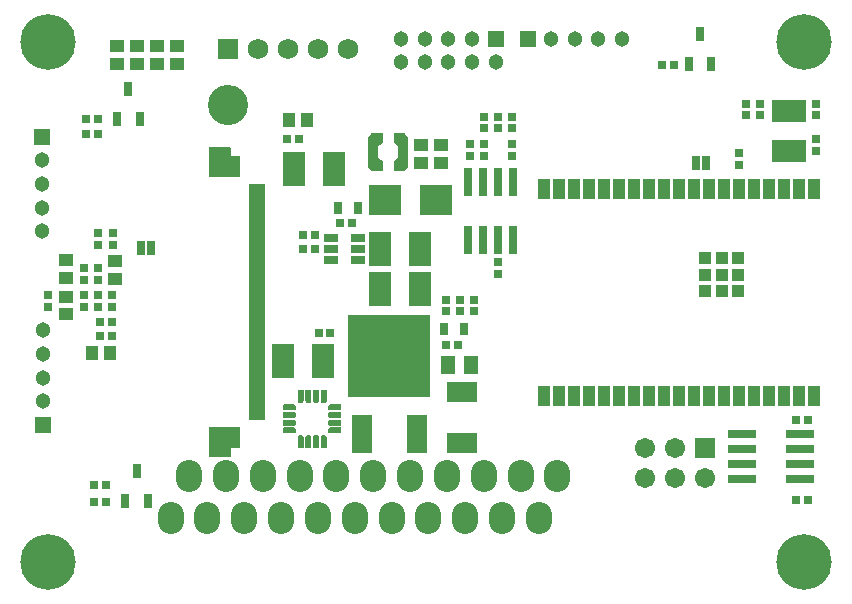
<source format=gts>
G04*
G04 #@! TF.GenerationSoftware,Altium Limited,Altium Designer,21.9.2 (33)*
G04*
G04 Layer_Color=8388736*
%FSLAX43Y43*%
%MOMM*%
G71*
G04*
G04 #@! TF.SameCoordinates,9D24D331-474F-48DA-8462-8B92FA671CE3*
G04*
G04*
G04 #@! TF.FilePolarity,Negative*
G04*
G01*
G75*
%ADD48R,1.829X2.946*%
%ADD49R,1.153X1.003*%
%ADD50R,0.803X0.703*%
%ADD51R,1.103X1.703*%
%ADD52R,1.103X1.103*%
%ADD53R,0.803X1.153*%
%ADD54R,0.703X0.803*%
%ADD55R,2.353X0.803*%
%ADD56R,2.946X1.829*%
%ADD57R,2.703X2.503*%
%ADD58R,0.803X2.353*%
%ADD59R,0.703X0.703*%
%ADD60R,1.403X0.503*%
%ADD61R,0.803X1.003*%
%ADD62R,0.254X0.254*%
%ADD63R,2.503X1.723*%
%ADD64R,0.715X1.280*%
%ADD65R,1.003X1.153*%
%ADD66R,1.803X3.203*%
%ADD67R,6.903X6.903*%
%ADD68R,1.153X0.803*%
%ADD69R,0.303X0.303*%
%ADD70R,0.303X0.303*%
%ADD71R,1.203X1.503*%
%ADD72O,2.203X2.703*%
%ADD73C,4.703*%
%ADD74C,3.403*%
%ADD75C,1.303*%
%ADD76R,1.353X1.353*%
%ADD77O,2.203X2.703*%
%ADD78C,1.727*%
%ADD79R,1.727X1.727*%
%ADD80C,1.703*%
%ADD81R,1.703X1.703*%
%ADD82R,1.353X1.353*%
G36*
X33202Y39274D02*
X33207Y39273D01*
X33214Y39271D01*
X33216Y39270D01*
X33225Y39266D01*
X33233Y39260D01*
X33487Y39006D01*
X33487Y39006D01*
X33493Y38998D01*
X33497Y38989D01*
X33498Y38987D01*
X33500Y38980D01*
X33501Y38970D01*
Y36430D01*
X33501Y36430D01*
X33501Y36425D01*
X33500Y36420D01*
X33498Y36413D01*
X33497Y36411D01*
X33493Y36402D01*
X33487Y36394D01*
X33233Y36140D01*
X33233Y36140D01*
X33225Y36134D01*
X33216Y36130D01*
X33214Y36129D01*
X33207Y36127D01*
X33197Y36126D01*
X32308D01*
X32298Y36127D01*
X32289Y36130D01*
X32280Y36134D01*
X32272Y36140D01*
X32266Y36148D01*
X32262Y36157D01*
X32259Y36166D01*
X32258Y36176D01*
Y36875D01*
X32258Y36877D01*
X32258Y36879D01*
X32258Y36882D01*
X32259Y36884D01*
X32259Y36887D01*
X32260Y36889D01*
X32261Y36891D01*
X32262Y36894D01*
X32263Y36896D01*
X32264Y36898D01*
X32265Y36900D01*
X32266Y36902D01*
X32268Y36904D01*
X32269Y36906D01*
X32271Y36908D01*
X32272Y36910D01*
X32274Y36911D01*
X32276Y36913D01*
X32639Y37216D01*
Y38184D01*
X32276Y38487D01*
X32274Y38489D01*
X32272Y38490D01*
X32271Y38492D01*
X32269Y38494D01*
X32268Y38496D01*
X32266Y38498D01*
X32265Y38500D01*
X32264Y38502D01*
X32263Y38504D01*
X32262Y38506D01*
X32261Y38509D01*
X32260Y38511D01*
X32259Y38514D01*
X32259Y38516D01*
X32258Y38518D01*
X32258Y38521D01*
X32258Y38523D01*
X32258Y38526D01*
Y39224D01*
X32259Y39234D01*
X32262Y39243D01*
X32266Y39252D01*
X32272Y39260D01*
X32280Y39266D01*
X32289Y39270D01*
X32298Y39273D01*
X32308Y39274D01*
X33197D01*
X33197Y39274D01*
X33202Y39274D01*
D02*
G37*
G36*
X30403Y39274D02*
X31292D01*
X31302Y39273D01*
X31311Y39270D01*
X31320Y39266D01*
X31328Y39260D01*
X31334Y39252D01*
X31338Y39243D01*
X31341Y39234D01*
X31342Y39224D01*
Y38526D01*
X31342Y38523D01*
X31342Y38521D01*
X31342Y38518D01*
X31341Y38516D01*
X31341Y38514D01*
X31340Y38511D01*
X31339Y38509D01*
X31338Y38506D01*
X31337Y38504D01*
X31336Y38502D01*
X31335Y38500D01*
X31334Y38498D01*
X31332Y38496D01*
X31331Y38494D01*
X31329Y38492D01*
X31328Y38490D01*
X31326Y38489D01*
X31324Y38487D01*
X30961Y38184D01*
Y37216D01*
X31324Y36913D01*
X31326Y36911D01*
X31328Y36910D01*
X31329Y36908D01*
X31331Y36906D01*
X31332Y36904D01*
X31334Y36902D01*
X31335Y36900D01*
X31336Y36898D01*
X31337Y36896D01*
X31338Y36894D01*
X31339Y36891D01*
X31340Y36889D01*
X31341Y36887D01*
X31341Y36884D01*
X31342Y36882D01*
X31342Y36879D01*
X31342Y36877D01*
X31342Y36875D01*
Y36176D01*
X31341Y36166D01*
X31338Y36157D01*
X31334Y36148D01*
X31328Y36140D01*
X31320Y36134D01*
X31311Y36130D01*
X31302Y36127D01*
X31292Y36126D01*
X30403D01*
X30393Y36127D01*
X30386Y36129D01*
X30384Y36130D01*
X30375Y36134D01*
X30367Y36140D01*
X30367Y36140D01*
X30113Y36394D01*
X30107Y36402D01*
X30103Y36411D01*
X30102Y36413D01*
X30100Y36420D01*
X30099Y36425D01*
X30099Y36430D01*
X30099Y36430D01*
Y38970D01*
X30100Y38980D01*
X30102Y38987D01*
X30103Y38989D01*
X30107Y38998D01*
X30113Y39006D01*
X30113Y39006D01*
X30367Y39260D01*
X30375Y39266D01*
X30384Y39270D01*
X30386Y39271D01*
X30393Y39273D01*
X30398Y39274D01*
X30403Y39274D01*
X30403Y39274D01*
D02*
G37*
G36*
X18363Y38151D02*
X18376Y38149D01*
X18389Y38144D01*
X18401Y38139D01*
X18412Y38131D01*
X18422Y38122D01*
X18431Y38112D01*
X18439Y38101D01*
X18444Y38089D01*
X18449Y38076D01*
X18451Y38063D01*
X18452Y38050D01*
Y37352D01*
X19150D01*
X19163Y37351D01*
X19176Y37349D01*
X19189Y37344D01*
X19201Y37339D01*
X19212Y37331D01*
X19222Y37322D01*
X19231Y37312D01*
X19239Y37301D01*
X19244Y37289D01*
X19249Y37276D01*
X19251Y37263D01*
X19252Y37250D01*
Y35650D01*
X19251Y35637D01*
X19249Y35624D01*
X19244Y35611D01*
X19239Y35599D01*
X19231Y35588D01*
X19222Y35578D01*
X19212Y35569D01*
X19201Y35561D01*
X19189Y35556D01*
X19176Y35551D01*
X19163Y35549D01*
X19150Y35548D01*
X16750D01*
X16737Y35549D01*
X16724Y35551D01*
X16711Y35556D01*
X16699Y35561D01*
X16688Y35569D01*
X16678Y35578D01*
X16669Y35588D01*
X16661Y35599D01*
X16656Y35611D01*
X16651Y35624D01*
X16649Y35637D01*
X16648Y35650D01*
Y38050D01*
X16649Y38063D01*
X16651Y38076D01*
X16656Y38089D01*
X16661Y38101D01*
X16669Y38112D01*
X16678Y38122D01*
X16688Y38131D01*
X16699Y38139D01*
X16711Y38144D01*
X16724Y38149D01*
X16737Y38151D01*
X16750Y38152D01*
X18350D01*
X18363Y38151D01*
D02*
G37*
G36*
X26522Y17577D02*
X26533Y17575D01*
X26543Y17570D01*
X26552Y17565D01*
X26561Y17557D01*
X26568Y17549D01*
X26574Y17540D01*
X26578Y17529D01*
X26580Y17519D01*
X26581Y17508D01*
Y16683D01*
Y16648D01*
X26581Y16645D01*
Y16642D01*
X26581Y16640D01*
X26580Y16637D01*
X26580Y16634D01*
X26579Y16632D01*
X26579Y16629D01*
X26578Y16626D01*
X26577Y16624D01*
X26576Y16621D01*
X26549Y16557D01*
X26548Y16554D01*
X26547Y16552D01*
X26546Y16549D01*
X26544Y16547D01*
X26543Y16545D01*
X26541Y16542D01*
X26539Y16540D01*
X26538Y16538D01*
X26536Y16536D01*
X26534Y16534D01*
X26485Y16485D01*
X26483Y16483D01*
X26481Y16481D01*
X26479Y16479D01*
X26477Y16478D01*
X26474Y16476D01*
X26472Y16475D01*
X26469Y16473D01*
X26467Y16472D01*
X26465Y16471D01*
X26462Y16470D01*
X26398Y16443D01*
X26395Y16442D01*
X26393Y16441D01*
X26390Y16440D01*
X26387Y16440D01*
X26385Y16439D01*
X26382Y16438D01*
X26379Y16438D01*
X26376Y16438D01*
X26374D01*
X26371Y16438D01*
X26301D01*
X26299Y16438D01*
X26296D01*
X26293Y16438D01*
X26290Y16438D01*
X26288Y16439D01*
X26285Y16440D01*
X26282Y16440D01*
X26280Y16441D01*
X26277Y16442D01*
X26274Y16443D01*
X26210Y16470D01*
X26208Y16471D01*
X26205Y16472D01*
X26203Y16473D01*
X26200Y16475D01*
X26198Y16476D01*
X26196Y16478D01*
X26194Y16479D01*
X26191Y16481D01*
X26189Y16483D01*
X26187Y16485D01*
X26138Y16534D01*
X26136Y16536D01*
X26134Y16538D01*
X26133Y16540D01*
X26131Y16542D01*
X26130Y16545D01*
X26128Y16547D01*
X26127Y16549D01*
X26125Y16552D01*
X26124Y16554D01*
X26123Y16557D01*
X26096Y16621D01*
X26095Y16624D01*
X26094Y16626D01*
X26094Y16629D01*
X26093Y16632D01*
X26092Y16634D01*
X26092Y16637D01*
X26092Y16640D01*
X26091Y16642D01*
Y16645D01*
X26091Y16648D01*
Y16683D01*
Y17508D01*
X26092Y17519D01*
X26094Y17529D01*
X26099Y17540D01*
X26104Y17549D01*
X26111Y17557D01*
X26120Y17565D01*
X26129Y17570D01*
X26139Y17575D01*
X26150Y17577D01*
X26161Y17578D01*
X26511D01*
X26522Y17577D01*
D02*
G37*
G36*
X25872D02*
X25883Y17575D01*
X25893Y17570D01*
X25902Y17565D01*
X25911Y17557D01*
X25918Y17549D01*
X25924Y17540D01*
X25928Y17529D01*
X25930Y17519D01*
X25931Y17508D01*
Y16683D01*
Y16648D01*
X25931Y16645D01*
Y16642D01*
X25931Y16640D01*
X25930Y16637D01*
X25930Y16634D01*
X25929Y16632D01*
X25929Y16629D01*
X25928Y16626D01*
X25927Y16624D01*
X25926Y16621D01*
X25899Y16557D01*
X25898Y16554D01*
X25897Y16552D01*
X25896Y16549D01*
X25894Y16547D01*
X25893Y16545D01*
X25891Y16542D01*
X25889Y16540D01*
X25888Y16538D01*
X25886Y16536D01*
X25884Y16534D01*
X25835Y16485D01*
X25833Y16483D01*
X25831Y16481D01*
X25829Y16479D01*
X25827Y16478D01*
X25824Y16476D01*
X25822Y16475D01*
X25819Y16473D01*
X25817Y16472D01*
X25815Y16471D01*
X25812Y16470D01*
X25748Y16443D01*
X25745Y16442D01*
X25743Y16441D01*
X25740Y16440D01*
X25737Y16440D01*
X25735Y16439D01*
X25732Y16438D01*
X25729Y16438D01*
X25726Y16438D01*
X25724D01*
X25721Y16438D01*
X25651D01*
X25649Y16438D01*
X25646D01*
X25643Y16438D01*
X25640Y16438D01*
X25638Y16439D01*
X25635Y16440D01*
X25632Y16440D01*
X25630Y16441D01*
X25627Y16442D01*
X25624Y16443D01*
X25560Y16470D01*
X25558Y16471D01*
X25555Y16472D01*
X25553Y16473D01*
X25550Y16475D01*
X25548Y16476D01*
X25546Y16478D01*
X25544Y16479D01*
X25541Y16481D01*
X25539Y16483D01*
X25537Y16485D01*
X25488Y16534D01*
X25486Y16536D01*
X25484Y16538D01*
X25483Y16540D01*
X25481Y16542D01*
X25480Y16545D01*
X25478Y16547D01*
X25477Y16549D01*
X25475Y16552D01*
X25474Y16554D01*
X25473Y16557D01*
X25446Y16621D01*
X25445Y16624D01*
X25444Y16626D01*
X25444Y16629D01*
X25443Y16632D01*
X25442Y16634D01*
X25442Y16637D01*
X25442Y16640D01*
X25441Y16642D01*
Y16645D01*
X25441Y16648D01*
Y16683D01*
Y17508D01*
X25442Y17519D01*
X25444Y17529D01*
X25449Y17540D01*
X25454Y17549D01*
X25461Y17557D01*
X25470Y17565D01*
X25479Y17570D01*
X25489Y17575D01*
X25500Y17577D01*
X25511Y17578D01*
X25861D01*
X25872Y17577D01*
D02*
G37*
G36*
X25222D02*
X25233Y17575D01*
X25243Y17570D01*
X25252Y17565D01*
X25261Y17557D01*
X25268Y17549D01*
X25274Y17540D01*
X25278Y17529D01*
X25280Y17519D01*
X25281Y17508D01*
Y16683D01*
Y16648D01*
X25281Y16645D01*
Y16642D01*
X25281Y16640D01*
X25280Y16637D01*
X25280Y16634D01*
X25279Y16632D01*
X25279Y16629D01*
X25278Y16626D01*
X25277Y16624D01*
X25276Y16621D01*
X25249Y16557D01*
X25248Y16554D01*
X25247Y16552D01*
X25246Y16549D01*
X25244Y16547D01*
X25243Y16545D01*
X25241Y16542D01*
X25239Y16540D01*
X25238Y16538D01*
X25236Y16536D01*
X25234Y16534D01*
X25185Y16485D01*
X25183Y16483D01*
X25181Y16481D01*
X25179Y16479D01*
X25177Y16478D01*
X25174Y16476D01*
X25172Y16475D01*
X25169Y16473D01*
X25167Y16472D01*
X25165Y16471D01*
X25162Y16470D01*
X25098Y16443D01*
X25095Y16442D01*
X25093Y16441D01*
X25090Y16440D01*
X25087Y16440D01*
X25085Y16439D01*
X25082Y16438D01*
X25079Y16438D01*
X25076Y16438D01*
X25074D01*
X25071Y16438D01*
X25001D01*
X24999Y16438D01*
X24996D01*
X24993Y16438D01*
X24990Y16438D01*
X24988Y16439D01*
X24985Y16440D01*
X24982Y16440D01*
X24980Y16441D01*
X24977Y16442D01*
X24974Y16443D01*
X24910Y16470D01*
X24908Y16471D01*
X24905Y16472D01*
X24903Y16473D01*
X24900Y16475D01*
X24898Y16476D01*
X24896Y16478D01*
X24894Y16479D01*
X24891Y16481D01*
X24889Y16483D01*
X24887Y16485D01*
X24838Y16534D01*
X24836Y16536D01*
X24834Y16538D01*
X24833Y16540D01*
X24831Y16542D01*
X24830Y16545D01*
X24828Y16547D01*
X24827Y16549D01*
X24825Y16552D01*
X24824Y16554D01*
X24823Y16557D01*
X24796Y16621D01*
X24795Y16624D01*
X24794Y16626D01*
X24794Y16629D01*
X24793Y16632D01*
X24792Y16634D01*
X24792Y16637D01*
X24792Y16640D01*
X24791Y16642D01*
Y16645D01*
X24791Y16648D01*
Y16683D01*
Y17508D01*
X24792Y17519D01*
X24794Y17529D01*
X24799Y17540D01*
X24804Y17549D01*
X24811Y17557D01*
X24820Y17565D01*
X24829Y17570D01*
X24839Y17575D01*
X24850Y17577D01*
X24861Y17578D01*
X25211D01*
X25222Y17577D01*
D02*
G37*
G36*
X24572D02*
X24583Y17575D01*
X24593Y17570D01*
X24602Y17565D01*
X24611Y17557D01*
X24618Y17549D01*
X24624Y17540D01*
X24628Y17529D01*
X24630Y17519D01*
X24631Y17508D01*
Y16683D01*
Y16648D01*
X24631Y16645D01*
Y16642D01*
X24631Y16640D01*
X24630Y16637D01*
X24630Y16634D01*
X24629Y16632D01*
X24629Y16629D01*
X24628Y16626D01*
X24627Y16624D01*
X24626Y16621D01*
X24599Y16557D01*
X24598Y16554D01*
X24597Y16552D01*
X24596Y16549D01*
X24594Y16547D01*
X24593Y16545D01*
X24591Y16542D01*
X24589Y16540D01*
X24588Y16538D01*
X24586Y16536D01*
X24584Y16534D01*
X24535Y16485D01*
X24533Y16483D01*
X24531Y16481D01*
X24529Y16479D01*
X24527Y16478D01*
X24524Y16476D01*
X24522Y16475D01*
X24519Y16473D01*
X24517Y16472D01*
X24515Y16471D01*
X24512Y16470D01*
X24448Y16443D01*
X24445Y16442D01*
X24443Y16441D01*
X24440Y16440D01*
X24437Y16440D01*
X24435Y16439D01*
X24432Y16438D01*
X24429Y16438D01*
X24426Y16438D01*
X24424D01*
X24421Y16438D01*
X24351D01*
X24349Y16438D01*
X24346D01*
X24343Y16438D01*
X24340Y16438D01*
X24338Y16439D01*
X24335Y16440D01*
X24332Y16440D01*
X24330Y16441D01*
X24327Y16442D01*
X24324Y16443D01*
X24260Y16470D01*
X24258Y16471D01*
X24255Y16472D01*
X24253Y16473D01*
X24250Y16475D01*
X24248Y16476D01*
X24246Y16478D01*
X24244Y16479D01*
X24241Y16481D01*
X24239Y16483D01*
X24237Y16485D01*
X24188Y16534D01*
X24186Y16536D01*
X24184Y16538D01*
X24183Y16540D01*
X24181Y16542D01*
X24180Y16545D01*
X24178Y16547D01*
X24177Y16549D01*
X24175Y16552D01*
X24174Y16554D01*
X24173Y16557D01*
X24146Y16621D01*
X24145Y16624D01*
X24144Y16626D01*
X24144Y16629D01*
X24143Y16632D01*
X24142Y16634D01*
X24142Y16637D01*
X24142Y16640D01*
X24141Y16642D01*
Y16645D01*
X24141Y16648D01*
Y16683D01*
Y17508D01*
X24142Y17519D01*
X24144Y17529D01*
X24149Y17540D01*
X24154Y17549D01*
X24161Y17557D01*
X24170Y17565D01*
X24179Y17570D01*
X24189Y17575D01*
X24200Y17577D01*
X24211Y17578D01*
X24561D01*
X24572Y17577D01*
D02*
G37*
G36*
X27772Y16327D02*
X27783Y16325D01*
X27793Y16320D01*
X27802Y16315D01*
X27811Y16307D01*
X27818Y16299D01*
X27824Y16290D01*
X27828Y16279D01*
X27830Y16269D01*
X27831Y16258D01*
Y15908D01*
X27830Y15897D01*
X27828Y15886D01*
X27824Y15876D01*
X27818Y15867D01*
X27811Y15858D01*
X27802Y15851D01*
X27793Y15845D01*
X27783Y15841D01*
X27772Y15838D01*
X27761Y15838D01*
X26901D01*
X26899Y15838D01*
X26896D01*
X26893Y15838D01*
X26890Y15838D01*
X26888Y15839D01*
X26885Y15840D01*
X26882Y15840D01*
X26880Y15841D01*
X26877Y15842D01*
X26874Y15843D01*
X26810Y15870D01*
X26808Y15871D01*
X26805Y15872D01*
X26803Y15873D01*
X26800Y15875D01*
X26798Y15876D01*
X26796Y15878D01*
X26794Y15879D01*
X26791Y15881D01*
X26789Y15883D01*
X26787Y15885D01*
X26738Y15934D01*
X26736Y15936D01*
X26734Y15938D01*
X26733Y15940D01*
X26731Y15942D01*
X26729Y15945D01*
X26728Y15947D01*
X26727Y15949D01*
X26725Y15952D01*
X26724Y15954D01*
X26723Y15957D01*
X26696Y16021D01*
X26695Y16024D01*
X26694Y16026D01*
X26694Y16029D01*
X26693Y16032D01*
X26692Y16034D01*
X26692Y16037D01*
X26692Y16040D01*
X26691Y16042D01*
Y16045D01*
X26691Y16048D01*
Y16083D01*
Y16118D01*
X26691Y16120D01*
Y16123D01*
X26692Y16126D01*
X26692Y16129D01*
X26692Y16131D01*
X26693Y16134D01*
X26694Y16137D01*
X26694Y16139D01*
X26695Y16142D01*
X26696Y16144D01*
X26723Y16209D01*
X26724Y16211D01*
X26725Y16214D01*
X26727Y16216D01*
X26728Y16219D01*
X26730Y16221D01*
X26731Y16223D01*
X26733Y16225D01*
X26734Y16228D01*
X26736Y16229D01*
X26738Y16232D01*
X26787Y16281D01*
X26789Y16283D01*
X26791Y16285D01*
X26794Y16286D01*
X26796Y16288D01*
X26798Y16289D01*
X26800Y16291D01*
X26803Y16292D01*
X26805Y16294D01*
X26808Y16295D01*
X26810Y16296D01*
X26874Y16323D01*
X26877Y16324D01*
X26880Y16325D01*
X26882Y16325D01*
X26885Y16326D01*
X26888Y16327D01*
X26890Y16327D01*
X26893Y16327D01*
X26896Y16328D01*
X26899D01*
X26901Y16328D01*
X27761D01*
X27772Y16327D01*
D02*
G37*
G36*
X23824Y16328D02*
X23826D01*
X23829Y16327D01*
X23832Y16327D01*
X23835Y16327D01*
X23837Y16326D01*
X23840Y16325D01*
X23843Y16325D01*
X23845Y16324D01*
X23848Y16323D01*
X23912Y16296D01*
X23915Y16295D01*
X23917Y16294D01*
X23919Y16292D01*
X23922Y16291D01*
X23924Y16289D01*
X23927Y16288D01*
X23929Y16286D01*
X23931Y16285D01*
X23933Y16283D01*
X23935Y16281D01*
X23984Y16232D01*
X23986Y16229D01*
X23988Y16228D01*
X23989Y16225D01*
X23991Y16223D01*
X23993Y16221D01*
X23994Y16219D01*
X23996Y16216D01*
X23997Y16214D01*
X23998Y16211D01*
X23999Y16209D01*
X24026Y16144D01*
X24027Y16142D01*
X24028Y16139D01*
X24029Y16137D01*
X24029Y16134D01*
X24030Y16131D01*
X24030Y16129D01*
X24031Y16126D01*
X24031Y16123D01*
Y16120D01*
X24031Y16118D01*
Y16083D01*
Y16048D01*
X24031Y16045D01*
Y16042D01*
X24031Y16040D01*
X24030Y16037D01*
X24030Y16034D01*
X24029Y16032D01*
X24029Y16029D01*
X24028Y16026D01*
X24027Y16024D01*
X24026Y16021D01*
X23999Y15957D01*
X23998Y15954D01*
X23997Y15952D01*
X23996Y15949D01*
X23994Y15947D01*
X23993Y15945D01*
X23991Y15942D01*
X23989Y15940D01*
X23988Y15938D01*
X23986Y15936D01*
X23984Y15934D01*
X23935Y15885D01*
X23933Y15883D01*
X23931Y15881D01*
X23929Y15879D01*
X23927Y15878D01*
X23924Y15876D01*
X23922Y15875D01*
X23919Y15873D01*
X23917Y15872D01*
X23915Y15871D01*
X23912Y15870D01*
X23848Y15843D01*
X23845Y15842D01*
X23843Y15841D01*
X23840Y15840D01*
X23837Y15840D01*
X23835Y15839D01*
X23832Y15838D01*
X23829Y15838D01*
X23826Y15838D01*
X23824D01*
X23821Y15838D01*
X22961D01*
X22950Y15838D01*
X22939Y15841D01*
X22929Y15845D01*
X22920Y15851D01*
X22911Y15858D01*
X22904Y15867D01*
X22899Y15876D01*
X22894Y15886D01*
X22892Y15897D01*
X22891Y15908D01*
Y16258D01*
X22892Y16269D01*
X22894Y16279D01*
X22899Y16290D01*
X22904Y16299D01*
X22911Y16307D01*
X22920Y16315D01*
X22929Y16320D01*
X22939Y16325D01*
X22950Y16327D01*
X22961Y16328D01*
X23821D01*
X23824Y16328D01*
D02*
G37*
G36*
X27772Y15677D02*
X27783Y15675D01*
X27793Y15670D01*
X27802Y15665D01*
X27811Y15657D01*
X27818Y15649D01*
X27824Y15640D01*
X27828Y15630D01*
X27830Y15619D01*
X27831Y15608D01*
Y15258D01*
X27830Y15247D01*
X27828Y15236D01*
X27824Y15226D01*
X27818Y15217D01*
X27811Y15208D01*
X27802Y15201D01*
X27793Y15195D01*
X27783Y15191D01*
X27772Y15188D01*
X27761Y15188D01*
X26901D01*
X26899Y15188D01*
X26896D01*
X26893Y15188D01*
X26890Y15188D01*
X26888Y15189D01*
X26885Y15190D01*
X26882Y15190D01*
X26880Y15191D01*
X26877Y15192D01*
X26874Y15193D01*
X26810Y15220D01*
X26808Y15221D01*
X26805Y15222D01*
X26803Y15223D01*
X26800Y15225D01*
X26798Y15226D01*
X26796Y15228D01*
X26794Y15229D01*
X26791Y15231D01*
X26789Y15233D01*
X26787Y15235D01*
X26738Y15284D01*
X26736Y15286D01*
X26734Y15288D01*
X26733Y15290D01*
X26731Y15292D01*
X26729Y15295D01*
X26728Y15297D01*
X26727Y15299D01*
X26725Y15302D01*
X26724Y15304D01*
X26723Y15307D01*
X26696Y15371D01*
X26695Y15374D01*
X26694Y15376D01*
X26694Y15379D01*
X26693Y15382D01*
X26692Y15384D01*
X26692Y15387D01*
X26692Y15390D01*
X26691Y15392D01*
Y15395D01*
X26691Y15398D01*
Y15433D01*
Y15468D01*
X26691Y15470D01*
Y15473D01*
X26692Y15476D01*
X26692Y15479D01*
X26692Y15481D01*
X26693Y15484D01*
X26694Y15487D01*
X26694Y15489D01*
X26695Y15492D01*
X26696Y15494D01*
X26723Y15559D01*
X26724Y15561D01*
X26725Y15564D01*
X26727Y15566D01*
X26728Y15569D01*
X26730Y15571D01*
X26731Y15573D01*
X26733Y15575D01*
X26734Y15578D01*
X26736Y15579D01*
X26738Y15582D01*
X26787Y15631D01*
X26789Y15633D01*
X26791Y15635D01*
X26794Y15636D01*
X26796Y15638D01*
X26798Y15639D01*
X26800Y15641D01*
X26803Y15642D01*
X26805Y15644D01*
X26808Y15645D01*
X26810Y15646D01*
X26874Y15673D01*
X26877Y15674D01*
X26880Y15675D01*
X26882Y15675D01*
X26885Y15676D01*
X26888Y15677D01*
X26890Y15677D01*
X26893Y15677D01*
X26896Y15678D01*
X26899D01*
X26901Y15678D01*
X27761D01*
X27772Y15677D01*
D02*
G37*
G36*
X23824Y15678D02*
X23826D01*
X23829Y15677D01*
X23832Y15677D01*
X23835Y15677D01*
X23837Y15676D01*
X23840Y15675D01*
X23843Y15675D01*
X23845Y15674D01*
X23848Y15673D01*
X23912Y15646D01*
X23915Y15645D01*
X23917Y15644D01*
X23919Y15642D01*
X23922Y15641D01*
X23924Y15639D01*
X23927Y15638D01*
X23929Y15636D01*
X23931Y15635D01*
X23933Y15633D01*
X23935Y15631D01*
X23984Y15582D01*
X23986Y15579D01*
X23988Y15578D01*
X23989Y15575D01*
X23991Y15573D01*
X23993Y15571D01*
X23994Y15569D01*
X23996Y15566D01*
X23997Y15564D01*
X23998Y15561D01*
X23999Y15559D01*
X24026Y15494D01*
X24027Y15492D01*
X24028Y15489D01*
X24029Y15487D01*
X24029Y15484D01*
X24030Y15481D01*
X24030Y15479D01*
X24031Y15476D01*
X24031Y15473D01*
Y15470D01*
X24031Y15468D01*
Y15433D01*
Y15398D01*
X24031Y15395D01*
Y15392D01*
X24031Y15390D01*
X24030Y15387D01*
X24030Y15384D01*
X24029Y15382D01*
X24029Y15379D01*
X24028Y15376D01*
X24027Y15374D01*
X24026Y15371D01*
X23999Y15307D01*
X23998Y15304D01*
X23997Y15302D01*
X23996Y15299D01*
X23994Y15297D01*
X23993Y15295D01*
X23991Y15292D01*
X23989Y15290D01*
X23988Y15288D01*
X23986Y15286D01*
X23984Y15284D01*
X23935Y15235D01*
X23933Y15233D01*
X23931Y15231D01*
X23929Y15229D01*
X23927Y15228D01*
X23924Y15226D01*
X23922Y15225D01*
X23919Y15223D01*
X23917Y15222D01*
X23915Y15221D01*
X23912Y15220D01*
X23848Y15193D01*
X23845Y15192D01*
X23843Y15191D01*
X23840Y15190D01*
X23837Y15190D01*
X23835Y15189D01*
X23832Y15188D01*
X23829Y15188D01*
X23826Y15188D01*
X23824D01*
X23821Y15188D01*
X22961D01*
X22950Y15188D01*
X22939Y15191D01*
X22929Y15195D01*
X22920Y15201D01*
X22911Y15208D01*
X22904Y15217D01*
X22899Y15226D01*
X22894Y15236D01*
X22892Y15247D01*
X22891Y15258D01*
Y15608D01*
X22892Y15619D01*
X22894Y15630D01*
X22899Y15640D01*
X22904Y15649D01*
X22911Y15657D01*
X22920Y15665D01*
X22929Y15670D01*
X22939Y15675D01*
X22950Y15677D01*
X22961Y15678D01*
X23821D01*
X23824Y15678D01*
D02*
G37*
G36*
X27772Y15027D02*
X27783Y15025D01*
X27793Y15020D01*
X27802Y15015D01*
X27811Y15007D01*
X27818Y14999D01*
X27824Y14990D01*
X27828Y14979D01*
X27830Y14969D01*
X27831Y14958D01*
Y14608D01*
X27830Y14597D01*
X27828Y14586D01*
X27824Y14576D01*
X27818Y14567D01*
X27811Y14558D01*
X27802Y14551D01*
X27793Y14545D01*
X27783Y14541D01*
X27772Y14538D01*
X27761Y14538D01*
X26901D01*
X26899Y14538D01*
X26896D01*
X26893Y14538D01*
X26890Y14538D01*
X26888Y14539D01*
X26885Y14540D01*
X26882Y14540D01*
X26880Y14541D01*
X26877Y14542D01*
X26874Y14543D01*
X26810Y14570D01*
X26808Y14571D01*
X26805Y14572D01*
X26803Y14573D01*
X26800Y14575D01*
X26798Y14576D01*
X26796Y14578D01*
X26794Y14579D01*
X26791Y14581D01*
X26789Y14583D01*
X26787Y14585D01*
X26738Y14634D01*
X26736Y14636D01*
X26734Y14638D01*
X26733Y14640D01*
X26731Y14642D01*
X26730Y14645D01*
X26728Y14647D01*
X26727Y14649D01*
X26725Y14652D01*
X26724Y14654D01*
X26723Y14657D01*
X26696Y14721D01*
X26695Y14724D01*
X26694Y14726D01*
X26694Y14729D01*
X26693Y14732D01*
X26692Y14734D01*
X26692Y14737D01*
X26692Y14740D01*
X26691Y14742D01*
Y14745D01*
X26691Y14748D01*
Y14783D01*
Y14818D01*
X26691Y14820D01*
Y14823D01*
X26692Y14826D01*
X26692Y14829D01*
X26692Y14831D01*
X26693Y14834D01*
X26694Y14837D01*
X26694Y14839D01*
X26695Y14842D01*
X26696Y14844D01*
X26723Y14909D01*
X26724Y14911D01*
X26725Y14914D01*
X26727Y14916D01*
X26728Y14919D01*
X26729Y14921D01*
X26731Y14923D01*
X26733Y14925D01*
X26734Y14928D01*
X26736Y14929D01*
X26738Y14932D01*
X26787Y14981D01*
X26789Y14983D01*
X26791Y14985D01*
X26794Y14986D01*
X26796Y14988D01*
X26798Y14989D01*
X26800Y14991D01*
X26803Y14992D01*
X26805Y14994D01*
X26808Y14995D01*
X26810Y14996D01*
X26874Y15023D01*
X26877Y15024D01*
X26880Y15025D01*
X26882Y15025D01*
X26885Y15026D01*
X26888Y15027D01*
X26890Y15027D01*
X26893Y15027D01*
X26896Y15028D01*
X26899D01*
X26901Y15028D01*
X27761D01*
X27772Y15027D01*
D02*
G37*
G36*
X23824Y15028D02*
X23826D01*
X23829Y15027D01*
X23832Y15027D01*
X23835Y15027D01*
X23837Y15026D01*
X23840Y15025D01*
X23843Y15025D01*
X23845Y15024D01*
X23848Y15023D01*
X23912Y14996D01*
X23915Y14995D01*
X23917Y14994D01*
X23919Y14992D01*
X23922Y14991D01*
X23924Y14989D01*
X23927Y14988D01*
X23929Y14986D01*
X23931Y14985D01*
X23933Y14983D01*
X23935Y14981D01*
X23984Y14932D01*
X23986Y14929D01*
X23988Y14928D01*
X23989Y14925D01*
X23991Y14923D01*
X23993Y14921D01*
X23994Y14919D01*
X23996Y14916D01*
X23997Y14914D01*
X23998Y14911D01*
X23999Y14909D01*
X24026Y14844D01*
X24027Y14842D01*
X24028Y14839D01*
X24029Y14837D01*
X24029Y14834D01*
X24030Y14831D01*
X24030Y14829D01*
X24031Y14826D01*
X24031Y14823D01*
Y14820D01*
X24031Y14818D01*
Y14783D01*
Y14748D01*
X24031Y14745D01*
Y14742D01*
X24031Y14740D01*
X24030Y14737D01*
X24030Y14734D01*
X24029Y14732D01*
X24029Y14729D01*
X24028Y14726D01*
X24027Y14724D01*
X24026Y14721D01*
X23999Y14657D01*
X23998Y14654D01*
X23997Y14652D01*
X23996Y14649D01*
X23994Y14647D01*
X23993Y14645D01*
X23991Y14642D01*
X23989Y14640D01*
X23988Y14638D01*
X23986Y14636D01*
X23984Y14634D01*
X23935Y14585D01*
X23933Y14583D01*
X23931Y14581D01*
X23929Y14579D01*
X23927Y14578D01*
X23924Y14576D01*
X23922Y14575D01*
X23919Y14573D01*
X23917Y14572D01*
X23915Y14571D01*
X23912Y14570D01*
X23848Y14543D01*
X23845Y14542D01*
X23843Y14541D01*
X23840Y14540D01*
X23837Y14540D01*
X23835Y14539D01*
X23832Y14538D01*
X23829Y14538D01*
X23826Y14538D01*
X23824D01*
X23821Y14538D01*
X22961D01*
X22950Y14538D01*
X22939Y14541D01*
X22929Y14545D01*
X22920Y14551D01*
X22911Y14558D01*
X22904Y14567D01*
X22899Y14576D01*
X22894Y14586D01*
X22892Y14597D01*
X22891Y14608D01*
Y14958D01*
X22892Y14969D01*
X22894Y14979D01*
X22899Y14990D01*
X22904Y14999D01*
X22911Y15007D01*
X22920Y15015D01*
X22929Y15020D01*
X22939Y15025D01*
X22950Y15027D01*
X22961Y15028D01*
X23821D01*
X23824Y15028D01*
D02*
G37*
G36*
X27772Y14377D02*
X27783Y14375D01*
X27793Y14370D01*
X27802Y14365D01*
X27811Y14357D01*
X27818Y14349D01*
X27824Y14340D01*
X27828Y14330D01*
X27830Y14319D01*
X27831Y14308D01*
Y13958D01*
X27830Y13947D01*
X27828Y13936D01*
X27824Y13926D01*
X27818Y13917D01*
X27811Y13908D01*
X27802Y13901D01*
X27793Y13895D01*
X27783Y13891D01*
X27772Y13888D01*
X27761Y13888D01*
X26901D01*
X26899Y13888D01*
X26896D01*
X26893Y13888D01*
X26890Y13888D01*
X26888Y13889D01*
X26885Y13890D01*
X26882Y13890D01*
X26880Y13891D01*
X26877Y13892D01*
X26874Y13893D01*
X26810Y13920D01*
X26808Y13921D01*
X26805Y13922D01*
X26803Y13923D01*
X26800Y13925D01*
X26798Y13926D01*
X26796Y13928D01*
X26794Y13929D01*
X26791Y13931D01*
X26789Y13933D01*
X26787Y13935D01*
X26738Y13984D01*
X26736Y13986D01*
X26734Y13988D01*
X26733Y13990D01*
X26731Y13992D01*
X26730Y13995D01*
X26728Y13997D01*
X26727Y13999D01*
X26725Y14002D01*
X26724Y14004D01*
X26723Y14007D01*
X26696Y14071D01*
X26695Y14074D01*
X26694Y14076D01*
X26694Y14079D01*
X26693Y14082D01*
X26692Y14084D01*
X26692Y14087D01*
X26692Y14090D01*
X26691Y14092D01*
Y14095D01*
X26691Y14098D01*
Y14133D01*
Y14168D01*
X26691Y14170D01*
Y14173D01*
X26692Y14176D01*
X26692Y14179D01*
X26692Y14181D01*
X26693Y14184D01*
X26694Y14187D01*
X26694Y14189D01*
X26695Y14192D01*
X26696Y14194D01*
X26723Y14259D01*
X26724Y14261D01*
X26725Y14264D01*
X26727Y14266D01*
X26728Y14269D01*
X26729Y14271D01*
X26731Y14273D01*
X26733Y14275D01*
X26734Y14278D01*
X26736Y14279D01*
X26738Y14282D01*
X26787Y14331D01*
X26789Y14333D01*
X26791Y14335D01*
X26794Y14336D01*
X26796Y14338D01*
X26798Y14339D01*
X26800Y14341D01*
X26803Y14342D01*
X26805Y14344D01*
X26808Y14345D01*
X26810Y14346D01*
X26874Y14373D01*
X26877Y14374D01*
X26880Y14375D01*
X26882Y14375D01*
X26885Y14376D01*
X26888Y14377D01*
X26890Y14377D01*
X26893Y14377D01*
X26896Y14378D01*
X26899D01*
X26901Y14378D01*
X27761D01*
X27772Y14377D01*
D02*
G37*
G36*
X23824Y14378D02*
X23826D01*
X23829Y14377D01*
X23832Y14377D01*
X23835Y14377D01*
X23837Y14376D01*
X23840Y14375D01*
X23843Y14375D01*
X23845Y14374D01*
X23848Y14373D01*
X23912Y14346D01*
X23915Y14345D01*
X23917Y14344D01*
X23919Y14342D01*
X23922Y14341D01*
X23924Y14339D01*
X23927Y14338D01*
X23929Y14336D01*
X23931Y14335D01*
X23933Y14333D01*
X23935Y14331D01*
X23984Y14282D01*
X23986Y14279D01*
X23988Y14278D01*
X23989Y14275D01*
X23991Y14273D01*
X23993Y14271D01*
X23994Y14269D01*
X23996Y14266D01*
X23997Y14264D01*
X23998Y14261D01*
X23999Y14259D01*
X24026Y14194D01*
X24027Y14192D01*
X24028Y14189D01*
X24029Y14187D01*
X24029Y14184D01*
X24030Y14181D01*
X24030Y14179D01*
X24031Y14176D01*
X24031Y14173D01*
Y14170D01*
X24031Y14168D01*
Y14133D01*
Y14098D01*
X24031Y14095D01*
Y14092D01*
X24031Y14090D01*
X24030Y14087D01*
X24030Y14084D01*
X24029Y14082D01*
X24029Y14079D01*
X24028Y14076D01*
X24027Y14074D01*
X24026Y14071D01*
X23999Y14007D01*
X23998Y14004D01*
X23997Y14002D01*
X23996Y13999D01*
X23994Y13997D01*
X23993Y13995D01*
X23991Y13992D01*
X23989Y13990D01*
X23988Y13988D01*
X23986Y13986D01*
X23984Y13984D01*
X23935Y13935D01*
X23933Y13933D01*
X23931Y13931D01*
X23929Y13929D01*
X23927Y13928D01*
X23924Y13926D01*
X23922Y13925D01*
X23919Y13923D01*
X23917Y13922D01*
X23915Y13921D01*
X23912Y13920D01*
X23848Y13893D01*
X23845Y13892D01*
X23843Y13891D01*
X23840Y13890D01*
X23837Y13890D01*
X23835Y13889D01*
X23832Y13888D01*
X23829Y13888D01*
X23826Y13888D01*
X23824D01*
X23821Y13888D01*
X22961D01*
X22950Y13888D01*
X22939Y13891D01*
X22929Y13895D01*
X22920Y13901D01*
X22911Y13908D01*
X22904Y13917D01*
X22899Y13926D01*
X22894Y13936D01*
X22892Y13947D01*
X22891Y13958D01*
Y14308D01*
X22892Y14319D01*
X22894Y14330D01*
X22899Y14340D01*
X22904Y14349D01*
X22911Y14357D01*
X22920Y14365D01*
X22929Y14370D01*
X22939Y14375D01*
X22950Y14377D01*
X22961Y14378D01*
X23821D01*
X23824Y14378D01*
D02*
G37*
G36*
X26374Y13778D02*
X26376D01*
X26379Y13777D01*
X26382Y13777D01*
X26385Y13777D01*
X26387Y13776D01*
X26390Y13775D01*
X26393Y13775D01*
X26395Y13774D01*
X26398Y13773D01*
X26462Y13746D01*
X26465Y13745D01*
X26467Y13744D01*
X26469Y13742D01*
X26472Y13741D01*
X26474Y13739D01*
X26477Y13738D01*
X26479Y13736D01*
X26481Y13735D01*
X26483Y13733D01*
X26485Y13731D01*
X26534Y13682D01*
X26536Y13679D01*
X26538Y13678D01*
X26539Y13675D01*
X26541Y13673D01*
X26543Y13671D01*
X26544Y13669D01*
X26546Y13666D01*
X26547Y13664D01*
X26548Y13661D01*
X26549Y13659D01*
X26576Y13594D01*
X26577Y13592D01*
X26578Y13589D01*
X26579Y13587D01*
X26579Y13584D01*
X26580Y13581D01*
X26580Y13579D01*
X26581Y13576D01*
X26581Y13573D01*
Y13570D01*
X26581Y13568D01*
Y13533D01*
Y12708D01*
X26580Y12697D01*
X26578Y12686D01*
X26574Y12676D01*
X26568Y12667D01*
X26561Y12658D01*
X26552Y12651D01*
X26543Y12645D01*
X26533Y12641D01*
X26522Y12638D01*
X26511Y12638D01*
X26161D01*
X26150Y12638D01*
X26139Y12641D01*
X26129Y12645D01*
X26120Y12651D01*
X26111Y12658D01*
X26104Y12667D01*
X26099Y12676D01*
X26094Y12686D01*
X26092Y12697D01*
X26091Y12708D01*
Y13533D01*
Y13568D01*
X26091Y13570D01*
Y13573D01*
X26092Y13576D01*
X26092Y13579D01*
X26092Y13581D01*
X26093Y13584D01*
X26094Y13587D01*
X26094Y13589D01*
X26095Y13592D01*
X26096Y13594D01*
X26123Y13659D01*
X26124Y13661D01*
X26125Y13664D01*
X26127Y13666D01*
X26128Y13669D01*
X26129Y13671D01*
X26131Y13673D01*
X26133Y13675D01*
X26134Y13678D01*
X26136Y13679D01*
X26138Y13682D01*
X26187Y13731D01*
X26189Y13733D01*
X26191Y13735D01*
X26194Y13736D01*
X26196Y13738D01*
X26198Y13739D01*
X26200Y13741D01*
X26203Y13742D01*
X26205Y13744D01*
X26208Y13745D01*
X26210Y13746D01*
X26274Y13773D01*
X26277Y13774D01*
X26280Y13775D01*
X26282Y13775D01*
X26285Y13776D01*
X26288Y13777D01*
X26290Y13777D01*
X26293Y13777D01*
X26296Y13778D01*
X26299D01*
X26301Y13778D01*
X26371D01*
X26374Y13778D01*
D02*
G37*
G36*
X25724D02*
X25726D01*
X25729Y13777D01*
X25732Y13777D01*
X25735Y13777D01*
X25737Y13776D01*
X25740Y13775D01*
X25743Y13775D01*
X25745Y13774D01*
X25748Y13773D01*
X25812Y13746D01*
X25815Y13745D01*
X25817Y13744D01*
X25819Y13742D01*
X25822Y13741D01*
X25824Y13739D01*
X25826Y13738D01*
X25829Y13736D01*
X25831Y13735D01*
X25833Y13733D01*
X25835Y13731D01*
X25884Y13682D01*
X25886Y13679D01*
X25888Y13678D01*
X25889Y13675D01*
X25891Y13673D01*
X25893Y13671D01*
X25894Y13669D01*
X25896Y13666D01*
X25897Y13664D01*
X25898Y13661D01*
X25899Y13659D01*
X25926Y13594D01*
X25927Y13592D01*
X25928Y13589D01*
X25929Y13587D01*
X25929Y13584D01*
X25930Y13581D01*
X25930Y13579D01*
X25931Y13576D01*
X25931Y13573D01*
Y13570D01*
X25931Y13568D01*
Y13533D01*
Y12708D01*
X25930Y12697D01*
X25928Y12686D01*
X25924Y12676D01*
X25918Y12667D01*
X25911Y12658D01*
X25902Y12651D01*
X25893Y12645D01*
X25883Y12641D01*
X25872Y12638D01*
X25861Y12638D01*
X25511D01*
X25500Y12638D01*
X25489Y12641D01*
X25479Y12645D01*
X25470Y12651D01*
X25461Y12658D01*
X25454Y12667D01*
X25449Y12676D01*
X25444Y12686D01*
X25442Y12697D01*
X25441Y12708D01*
Y13533D01*
Y13568D01*
X25441Y13570D01*
Y13573D01*
X25442Y13576D01*
X25442Y13579D01*
X25442Y13581D01*
X25443Y13584D01*
X25444Y13587D01*
X25444Y13589D01*
X25445Y13592D01*
X25446Y13594D01*
X25473Y13659D01*
X25474Y13661D01*
X25475Y13664D01*
X25477Y13666D01*
X25478Y13669D01*
X25479Y13671D01*
X25481Y13673D01*
X25483Y13675D01*
X25484Y13678D01*
X25486Y13679D01*
X25488Y13682D01*
X25537Y13731D01*
X25539Y13733D01*
X25541Y13735D01*
X25544Y13736D01*
X25546Y13738D01*
X25548Y13739D01*
X25550Y13741D01*
X25553Y13742D01*
X25555Y13744D01*
X25558Y13745D01*
X25560Y13746D01*
X25624Y13773D01*
X25627Y13774D01*
X25630Y13775D01*
X25632Y13775D01*
X25635Y13776D01*
X25638Y13777D01*
X25640Y13777D01*
X25643Y13777D01*
X25646Y13778D01*
X25649D01*
X25651Y13778D01*
X25721D01*
X25724Y13778D01*
D02*
G37*
G36*
X25074D02*
X25076D01*
X25079Y13777D01*
X25082Y13777D01*
X25085Y13777D01*
X25087Y13776D01*
X25090Y13775D01*
X25093Y13775D01*
X25095Y13774D01*
X25098Y13773D01*
X25162Y13746D01*
X25165Y13745D01*
X25167Y13744D01*
X25169Y13742D01*
X25172Y13741D01*
X25174Y13739D01*
X25177Y13738D01*
X25179Y13736D01*
X25181Y13735D01*
X25183Y13733D01*
X25185Y13731D01*
X25234Y13682D01*
X25236Y13679D01*
X25238Y13678D01*
X25239Y13675D01*
X25241Y13673D01*
X25243Y13671D01*
X25244Y13669D01*
X25246Y13666D01*
X25247Y13664D01*
X25248Y13661D01*
X25249Y13659D01*
X25276Y13594D01*
X25277Y13592D01*
X25278Y13589D01*
X25279Y13587D01*
X25279Y13584D01*
X25280Y13581D01*
X25280Y13579D01*
X25281Y13576D01*
X25281Y13573D01*
Y13570D01*
X25281Y13568D01*
Y13533D01*
Y12708D01*
X25280Y12697D01*
X25278Y12686D01*
X25274Y12676D01*
X25268Y12667D01*
X25261Y12658D01*
X25252Y12651D01*
X25243Y12645D01*
X25233Y12641D01*
X25222Y12638D01*
X25211Y12638D01*
X24861D01*
X24850Y12638D01*
X24839Y12641D01*
X24829Y12645D01*
X24820Y12651D01*
X24811Y12658D01*
X24804Y12667D01*
X24799Y12676D01*
X24794Y12686D01*
X24792Y12697D01*
X24791Y12708D01*
Y13533D01*
Y13568D01*
X24791Y13570D01*
Y13573D01*
X24792Y13576D01*
X24792Y13579D01*
X24792Y13581D01*
X24793Y13584D01*
X24794Y13587D01*
X24794Y13589D01*
X24795Y13592D01*
X24796Y13594D01*
X24823Y13659D01*
X24824Y13661D01*
X24825Y13664D01*
X24827Y13666D01*
X24828Y13669D01*
X24830Y13671D01*
X24831Y13673D01*
X24833Y13675D01*
X24834Y13678D01*
X24836Y13679D01*
X24838Y13682D01*
X24887Y13731D01*
X24889Y13733D01*
X24891Y13735D01*
X24894Y13736D01*
X24896Y13738D01*
X24898Y13739D01*
X24900Y13741D01*
X24903Y13742D01*
X24905Y13744D01*
X24908Y13745D01*
X24910Y13746D01*
X24974Y13773D01*
X24977Y13774D01*
X24980Y13775D01*
X24982Y13775D01*
X24985Y13776D01*
X24988Y13777D01*
X24990Y13777D01*
X24993Y13777D01*
X24996Y13778D01*
X24999D01*
X25001Y13778D01*
X25071D01*
X25074Y13778D01*
D02*
G37*
G36*
X24424D02*
X24426D01*
X24429Y13777D01*
X24432Y13777D01*
X24435Y13777D01*
X24437Y13776D01*
X24440Y13775D01*
X24443Y13775D01*
X24445Y13774D01*
X24448Y13773D01*
X24512Y13746D01*
X24515Y13745D01*
X24517Y13744D01*
X24519Y13742D01*
X24522Y13741D01*
X24524Y13739D01*
X24527Y13738D01*
X24529Y13736D01*
X24531Y13735D01*
X24533Y13733D01*
X24535Y13731D01*
X24584Y13682D01*
X24586Y13679D01*
X24588Y13678D01*
X24589Y13675D01*
X24591Y13673D01*
X24593Y13671D01*
X24594Y13669D01*
X24596Y13666D01*
X24597Y13664D01*
X24598Y13661D01*
X24599Y13659D01*
X24626Y13594D01*
X24627Y13592D01*
X24628Y13589D01*
X24629Y13587D01*
X24629Y13584D01*
X24630Y13581D01*
X24630Y13579D01*
X24631Y13576D01*
X24631Y13573D01*
Y13570D01*
X24631Y13568D01*
Y13533D01*
Y12708D01*
X24630Y12697D01*
X24628Y12686D01*
X24624Y12676D01*
X24618Y12667D01*
X24611Y12658D01*
X24602Y12651D01*
X24593Y12645D01*
X24583Y12641D01*
X24572Y12638D01*
X24561Y12638D01*
X24211D01*
X24200Y12638D01*
X24189Y12641D01*
X24179Y12645D01*
X24170Y12651D01*
X24161Y12658D01*
X24154Y12667D01*
X24149Y12676D01*
X24144Y12686D01*
X24142Y12697D01*
X24141Y12708D01*
Y13533D01*
Y13568D01*
X24141Y13570D01*
Y13573D01*
X24142Y13576D01*
X24142Y13579D01*
X24142Y13581D01*
X24143Y13584D01*
X24144Y13587D01*
X24144Y13589D01*
X24145Y13592D01*
X24146Y13594D01*
X24173Y13659D01*
X24174Y13661D01*
X24175Y13664D01*
X24177Y13666D01*
X24178Y13669D01*
X24179Y13671D01*
X24181Y13673D01*
X24183Y13675D01*
X24184Y13678D01*
X24186Y13679D01*
X24188Y13682D01*
X24237Y13731D01*
X24239Y13733D01*
X24241Y13735D01*
X24244Y13736D01*
X24246Y13738D01*
X24248Y13739D01*
X24250Y13741D01*
X24253Y13742D01*
X24255Y13744D01*
X24258Y13745D01*
X24260Y13746D01*
X24324Y13773D01*
X24327Y13774D01*
X24330Y13775D01*
X24332Y13775D01*
X24335Y13776D01*
X24338Y13777D01*
X24340Y13777D01*
X24343Y13777D01*
X24346Y13778D01*
X24349D01*
X24351Y13778D01*
X24421D01*
X24424Y13778D01*
D02*
G37*
G36*
X19163Y14451D02*
X19176Y14449D01*
X19189Y14444D01*
X19201Y14439D01*
X19212Y14431D01*
X19222Y14422D01*
X19231Y14412D01*
X19239Y14401D01*
X19244Y14389D01*
X19249Y14376D01*
X19251Y14363D01*
X19252Y14350D01*
Y12750D01*
X19251Y12737D01*
X19249Y12724D01*
X19244Y12711D01*
X19239Y12699D01*
X19231Y12688D01*
X19222Y12678D01*
X19212Y12669D01*
X19201Y12661D01*
X19189Y12656D01*
X19176Y12651D01*
X19163Y12649D01*
X19150Y12648D01*
X18452D01*
Y11950D01*
X18451Y11937D01*
X18449Y11924D01*
X18444Y11911D01*
X18439Y11899D01*
X18431Y11888D01*
X18422Y11878D01*
X18412Y11869D01*
X18401Y11861D01*
X18389Y11856D01*
X18376Y11851D01*
X18363Y11849D01*
X18350Y11848D01*
X16750D01*
X16737Y11849D01*
X16724Y11851D01*
X16711Y11856D01*
X16699Y11861D01*
X16688Y11869D01*
X16678Y11878D01*
X16669Y11888D01*
X16661Y11899D01*
X16656Y11911D01*
X16651Y11924D01*
X16649Y11937D01*
X16648Y11950D01*
Y14350D01*
X16649Y14363D01*
X16651Y14376D01*
X16656Y14389D01*
X16661Y14401D01*
X16669Y14412D01*
X16678Y14422D01*
X16688Y14431D01*
X16699Y14439D01*
X16711Y14444D01*
X16724Y14449D01*
X16737Y14451D01*
X16750Y14452D01*
X19150D01*
X19163Y14451D01*
D02*
G37*
D48*
X31098Y26100D02*
D03*
X34502D02*
D03*
X31098Y29500D02*
D03*
X34502D02*
D03*
X22898Y20000D02*
D03*
X26302D02*
D03*
X27209Y36223D02*
D03*
X23805D02*
D03*
D49*
X36300Y36750D02*
D03*
Y38250D02*
D03*
X34600Y36750D02*
D03*
Y38250D02*
D03*
X13900Y45150D02*
D03*
Y46650D02*
D03*
X12200Y45150D02*
D03*
Y46650D02*
D03*
X10500Y45150D02*
D03*
Y46650D02*
D03*
X8800Y45150D02*
D03*
Y46650D02*
D03*
X4500Y23950D02*
D03*
Y25450D02*
D03*
Y27050D02*
D03*
Y28550D02*
D03*
X8700Y28450D02*
D03*
Y26950D02*
D03*
D50*
X27700Y31700D02*
D03*
X28700D02*
D03*
X24600Y30700D02*
D03*
X25600D02*
D03*
X6900Y8100D02*
D03*
X7900D02*
D03*
X6900Y9500D02*
D03*
X7900D02*
D03*
X26900Y22400D02*
D03*
X25900D02*
D03*
X56000Y45100D02*
D03*
X55000D02*
D03*
X67300Y15000D02*
D03*
X66300D02*
D03*
Y8200D02*
D03*
X67300D02*
D03*
X6200Y39200D02*
D03*
X7200D02*
D03*
X7400Y22100D02*
D03*
X8400D02*
D03*
Y23300D02*
D03*
X7400D02*
D03*
X7200Y40500D02*
D03*
X6200D02*
D03*
X24213Y38825D02*
D03*
X23213D02*
D03*
X25600Y29492D02*
D03*
X24600D02*
D03*
X36700Y21394D02*
D03*
X37700D02*
D03*
D51*
X46240Y34550D02*
D03*
X44970D02*
D03*
X47510D02*
D03*
X50050D02*
D03*
X48780D02*
D03*
X51320D02*
D03*
X52590D02*
D03*
X55130D02*
D03*
X53860D02*
D03*
X64020D02*
D03*
X65290D02*
D03*
X62750D02*
D03*
X61480D02*
D03*
X58940D02*
D03*
X60210D02*
D03*
X57670D02*
D03*
X56400D02*
D03*
X66560D02*
D03*
X67830D02*
D03*
Y17050D02*
D03*
X66560D02*
D03*
X56400D02*
D03*
X57670D02*
D03*
X60210D02*
D03*
X58940D02*
D03*
X61480D02*
D03*
X62750D02*
D03*
X65290D02*
D03*
X64020D02*
D03*
X53860D02*
D03*
X55130D02*
D03*
X52590D02*
D03*
X51320D02*
D03*
X48780D02*
D03*
X50050D02*
D03*
X47510D02*
D03*
X44970D02*
D03*
X46240D02*
D03*
D52*
X60030Y27300D02*
D03*
X61430Y28700D02*
D03*
X58630D02*
D03*
Y25900D02*
D03*
Y27300D02*
D03*
X60030Y25900D02*
D03*
Y28700D02*
D03*
X61430Y25900D02*
D03*
Y27300D02*
D03*
D53*
X9550Y8125D02*
D03*
X11450D02*
D03*
X10500Y10675D02*
D03*
X8850Y40525D02*
D03*
X10750D02*
D03*
X9800Y43075D02*
D03*
X57250Y45125D02*
D03*
X59150D02*
D03*
X58200Y47675D02*
D03*
D54*
X63300Y40800D02*
D03*
Y41800D02*
D03*
X61500Y36600D02*
D03*
Y37600D02*
D03*
X68000Y38800D02*
D03*
Y37800D02*
D03*
X62100Y40800D02*
D03*
Y41800D02*
D03*
X36700Y24200D02*
D03*
Y25200D02*
D03*
X37900Y24200D02*
D03*
Y25200D02*
D03*
X39900Y39700D02*
D03*
Y40700D02*
D03*
X38700Y37400D02*
D03*
Y38400D02*
D03*
X39900D02*
D03*
Y37400D02*
D03*
X41100Y40700D02*
D03*
Y39700D02*
D03*
X68000Y40800D02*
D03*
Y41800D02*
D03*
X8400Y24600D02*
D03*
Y25600D02*
D03*
X7200Y24600D02*
D03*
Y25600D02*
D03*
X6000Y24600D02*
D03*
Y25600D02*
D03*
Y27900D02*
D03*
Y26900D02*
D03*
X3000Y24600D02*
D03*
Y25600D02*
D03*
X7200Y30800D02*
D03*
Y29800D02*
D03*
Y26900D02*
D03*
Y27900D02*
D03*
X42300Y38400D02*
D03*
Y37400D02*
D03*
Y40700D02*
D03*
Y39700D02*
D03*
X8463Y30800D02*
D03*
Y29800D02*
D03*
X39100Y25200D02*
D03*
Y24200D02*
D03*
X41100Y28400D02*
D03*
Y27400D02*
D03*
D55*
X61775Y13805D02*
D03*
Y12535D02*
D03*
Y11265D02*
D03*
Y9995D02*
D03*
X66625Y13805D02*
D03*
Y12535D02*
D03*
Y11265D02*
D03*
Y9995D02*
D03*
D56*
X65700Y37798D02*
D03*
Y41202D02*
D03*
D57*
X35850Y33600D02*
D03*
X31550D02*
D03*
D58*
X38595Y30275D02*
D03*
X39865D02*
D03*
X41135D02*
D03*
X42405D02*
D03*
X38595Y35125D02*
D03*
X39865D02*
D03*
X41135D02*
D03*
X42405D02*
D03*
D59*
X17950Y36850D02*
D03*
Y13150D02*
D03*
D60*
X20650Y15750D02*
D03*
Y15250D02*
D03*
Y34750D02*
D03*
Y34250D02*
D03*
Y33750D02*
D03*
Y33250D02*
D03*
Y32750D02*
D03*
Y32250D02*
D03*
Y31750D02*
D03*
Y31250D02*
D03*
Y30750D02*
D03*
Y30250D02*
D03*
Y29750D02*
D03*
Y29250D02*
D03*
Y28750D02*
D03*
Y28250D02*
D03*
Y27750D02*
D03*
Y27250D02*
D03*
Y26750D02*
D03*
Y26250D02*
D03*
Y25750D02*
D03*
Y25250D02*
D03*
Y24750D02*
D03*
Y24250D02*
D03*
Y23750D02*
D03*
Y23250D02*
D03*
Y22750D02*
D03*
Y22250D02*
D03*
Y21750D02*
D03*
Y21250D02*
D03*
Y20750D02*
D03*
Y20250D02*
D03*
Y19750D02*
D03*
Y19250D02*
D03*
Y18750D02*
D03*
Y18250D02*
D03*
Y17750D02*
D03*
Y17250D02*
D03*
Y16750D02*
D03*
Y16250D02*
D03*
D61*
X29250Y33000D02*
D03*
X27550D02*
D03*
X38238Y22743D02*
D03*
X36538D02*
D03*
D62*
X32880Y37700D02*
D03*
X30721D02*
D03*
D63*
X38007Y17366D02*
D03*
Y13096D02*
D03*
D64*
X10850Y29544D02*
D03*
X11675D02*
D03*
X57890Y36787D02*
D03*
X58715D02*
D03*
D65*
X6750Y20700D02*
D03*
X8250D02*
D03*
X23385Y40385D02*
D03*
X24885D02*
D03*
D66*
X34195Y13808D02*
D03*
X29595D02*
D03*
D67*
X31895Y20458D02*
D03*
D68*
X29275Y30450D02*
D03*
Y28550D02*
D03*
X26925D02*
D03*
Y29500D02*
D03*
Y30450D02*
D03*
X29275Y29500D02*
D03*
D69*
X27261Y16083D02*
D03*
Y15433D02*
D03*
Y14783D02*
D03*
Y14133D02*
D03*
X26336Y13208D02*
D03*
X23461Y15433D02*
D03*
Y14783D02*
D03*
Y14133D02*
D03*
Y16083D02*
D03*
D70*
X25686Y13208D02*
D03*
X25036D02*
D03*
X24386D02*
D03*
X24386Y17008D02*
D03*
X25036D02*
D03*
X25686D02*
D03*
X26336D02*
D03*
D71*
X36900Y19681D02*
D03*
X38800D02*
D03*
D72*
X18056Y10308D02*
D03*
X24293D02*
D03*
X32090Y6695D02*
D03*
X30531Y10308D02*
D03*
X14937D02*
D03*
X21175D02*
D03*
X39886D02*
D03*
X36768D02*
D03*
X22734Y6695D02*
D03*
X35208D02*
D03*
X33649Y10308D02*
D03*
X28971Y6695D02*
D03*
X44564D02*
D03*
X16497D02*
D03*
X46124Y10308D02*
D03*
X27412D02*
D03*
X41445Y6695D02*
D03*
X19615D02*
D03*
X25852D02*
D03*
X13377D02*
D03*
X43021Y10308D02*
D03*
D73*
X3000Y3000D02*
D03*
X67000D02*
D03*
Y47000D02*
D03*
X3000D02*
D03*
D74*
X18200Y41700D02*
D03*
D75*
X2600Y22600D02*
D03*
Y16600D02*
D03*
Y18600D02*
D03*
Y20600D02*
D03*
X2500Y30998D02*
D03*
Y36998D02*
D03*
Y34998D02*
D03*
Y32998D02*
D03*
X49600Y47300D02*
D03*
X47600D02*
D03*
X45600D02*
D03*
X51600D02*
D03*
X34900Y45300D02*
D03*
X36900D02*
D03*
X38900D02*
D03*
X40900D02*
D03*
X38900Y47300D02*
D03*
X36900D02*
D03*
X34900D02*
D03*
X32900D02*
D03*
Y45300D02*
D03*
D76*
X2600Y14600D02*
D03*
X2500Y38998D02*
D03*
D77*
X38327Y6695D02*
D03*
D78*
X20740Y46400D02*
D03*
X23280D02*
D03*
X25820D02*
D03*
X28360D02*
D03*
D79*
X18200D02*
D03*
D80*
X53541Y10135D02*
D03*
Y12675D02*
D03*
X56081Y10135D02*
D03*
Y12675D02*
D03*
X58621Y10135D02*
D03*
D81*
Y12675D02*
D03*
D82*
X43600Y47300D02*
D03*
X40900D02*
D03*
M02*

</source>
